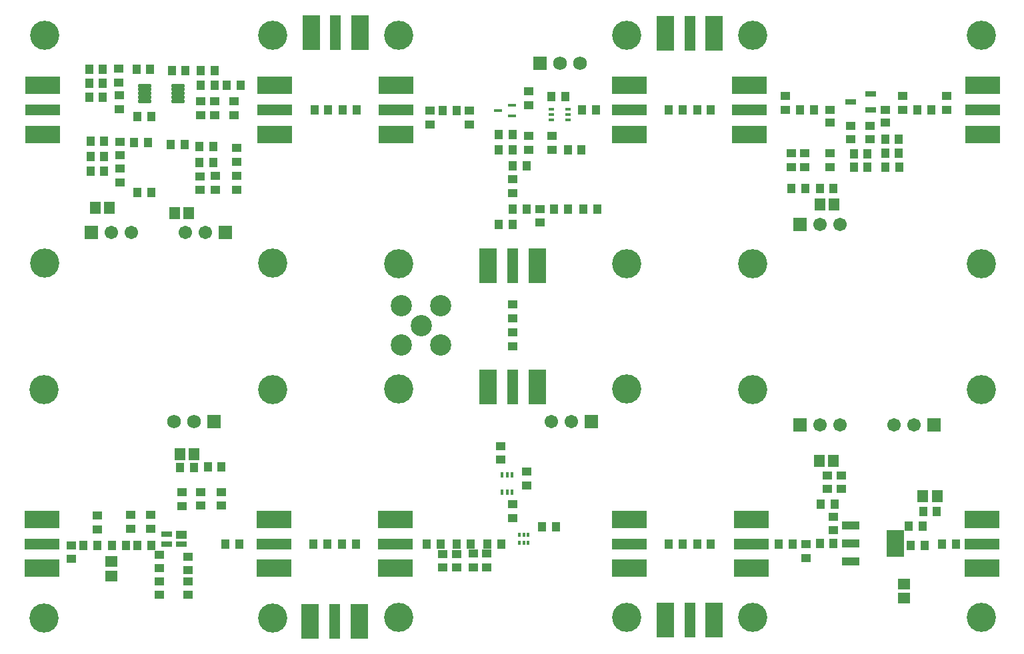
<source format=gbr>
%FSTAX44Y44*%
%MOMM*%
%SFA1B1*%

%IPPOS*%
%AMD110*
4,1,8,-0.701040,-0.241300,0.701040,-0.241300,0.835660,-0.104140,0.835660,0.104140,0.701040,0.241300,-0.701040,0.241300,-0.835660,0.104140,-0.835660,-0.104140,-0.701040,-0.241300,0.0*
1,1,0.273200,-0.701040,-0.104140*
1,1,0.273200,0.701040,-0.104140*
1,1,0.273200,0.701040,0.104140*
1,1,0.273200,-0.701040,0.104140*
%
%ADD19R,0.787398X0.355599*%
%ADD24R,0.355599X0.787398*%
%ADD25R,0.304799X0.507999*%
%ADD26R,1.142998X0.457199*%
%ADD100R,1.203198X1.103198*%
%ADD101R,1.103198X1.203198*%
%ADD102R,4.403191X1.403197*%
%ADD103R,4.403191X2.203196*%
%ADD104R,2.303195X1.103198*%
%ADD105R,2.303195X3.403193*%
%ADD106R,1.603197X1.403197*%
%ADD107R,1.403197X1.603197*%
%ADD108R,1.403197X4.403191*%
%ADD109R,2.203196X4.403191*%
G04~CAMADD=110~8~0.0~0.0~658.7~190.2~53.8~0.0~15~0.0~0.0~0.0~0.0~0~0.0~0.0~0.0~0.0~0~0.0~0.0~0.0~180.0~658.0~190.0*
%ADD110D110*%
%ADD111R,1.353197X0.803198*%
%ADD112R,1.353197X0.703199*%
%ADD113R,1.353197X1.003198*%
%ADD114R,1.223198X1.093198*%
%ADD115C,1.703197*%
%ADD116R,1.703197X1.703197*%
%ADD117R,1.733197X1.733197*%
%ADD118C,1.733197*%
%ADD119C,2.703195*%
%ADD120C,3.703193*%
%LNradar_1ghz_soldermask_top-1*%
%LPD*%
G54D19*
X00674331Y-00123499D03*
Y-00129999D03*
Y-00136499D03*
X00695667D03*
Y-00129999D03*
Y-00123499D03*
G54D24*
X00624499Y-00609667D03*
X00617999D03*
X00611499D03*
Y-00588331D03*
X00617999D03*
X00624499D03*
G54D25*
X0063373Y-00664379D03*
X00639229D03*
X00644729D03*
Y-00674379D03*
X00639229D03*
X0063373D03*
G54D26*
X00606109Y-00124999D03*
X00623889Y-00118499D03*
Y-00131499D03*
G54D100*
X00995999Y-00196749D03*
Y-00179249D03*
X01024999Y-00606249D03*
Y-00588749D03*
X01032499Y-00658749D03*
Y-00641249D03*
X00097499Y-00639999D03*
Y-00657499D03*
X00674999Y-00157499D03*
Y-00174999D03*
X00624999Y-00407249D03*
Y-00424749D03*
X00659999Y-00249999D03*
Y-00267499D03*
X00254999Y-00627249D03*
Y-00609749D03*
X00064999Y-00694999D03*
Y-00677499D03*
X00624999Y-00388749D03*
Y-00371249D03*
X00212999Y-00723249D03*
Y-00740749D03*
X00204999Y-00610249D03*
Y-00627749D03*
X00139999Y-00656249D03*
Y-00638749D03*
X00164999D03*
Y-00656249D03*
X01042499Y-00588749D03*
Y-00606249D03*
X01027999Y-00196749D03*
Y-00179249D03*
X00246749Y-00113499D03*
Y-00130999D03*
X00228499Y-00130749D03*
Y-00113249D03*
X00125249Y-00123249D03*
Y-00105749D03*
X00126749Y-00181999D03*
Y-00164499D03*
X00274749Y-00190249D03*
Y-00172749D03*
X00124999Y-00089499D03*
Y-00071999D03*
X00126499Y-00216499D03*
Y-00198999D03*
X00227999Y-00225999D03*
Y-00208499D03*
X00247749Y-00208249D03*
Y-00225749D03*
X00591999Y-00688249D03*
Y-00705749D03*
X00554139Y-00688649D03*
Y-00706149D03*
X00212999Y-00691999D03*
Y-00709499D03*
X00644999Y-00117999D03*
Y-00100499D03*
Y-00174999D03*
Y-00157499D03*
X00624999Y-00212499D03*
Y-00229999D03*
X00274749Y-00208249D03*
Y-00225749D03*
X00271249Y-00113499D03*
Y-00130999D03*
X00609999Y-00551249D03*
Y-00568749D03*
X00624999Y-00625249D03*
Y-00642749D03*
X00642999Y-00584249D03*
Y-00601749D03*
X00574999Y-00688249D03*
Y-00705749D03*
X00536359Y-00688649D03*
Y-00706149D03*
X01175999Y-00123999D03*
Y-00106499D03*
X00970999Y-00123749D03*
Y-00106249D03*
X01119999Y-00123999D03*
Y-00106499D03*
X01078999Y-00161749D03*
Y-00144249D03*
X01053999Y-00161749D03*
Y-00144249D03*
X00978999Y-00179249D03*
Y-00196749D03*
X00997499Y-00676249D03*
Y-00693749D03*
X00175999Y-00723249D03*
Y-00740749D03*
Y-00689499D03*
Y-00706999D03*
X00228749Y-00609749D03*
Y-00627249D03*
X00519999Y-00124999D03*
Y-00142499D03*
X00569999Y-00124999D03*
Y-00142499D03*
G54D101*
X01075749Y-00196999D03*
X01058249D03*
X01015249Y-00674999D03*
X01032749D03*
X01170749Y-00676499D03*
X01188249D03*
X01148249Y-00677999D03*
X01130749D03*
X01145749Y-00652999D03*
X01128249D03*
X00963249Y-00675999D03*
X00980749D03*
X01146249Y-00635D03*
X01163749D03*
X00677499Y-00249999D03*
X00694999D03*
X00730999Y-00123999D03*
X00713499D03*
X00607499Y-00269999D03*
X00624999D03*
X00642499Y-00249999D03*
X00624999D03*
X00859249Y-00675999D03*
X00876749D03*
X00823249D03*
X00840749D03*
X00202749Y-00578999D03*
X00220249D03*
X00097499Y-00677499D03*
X00079999D03*
X00859249Y-00123999D03*
X00876749D03*
X00823249D03*
X00840749D03*
X00408249Y-00675999D03*
X00425749D03*
X00372249D03*
X00389749D03*
X00426749Y-00123999D03*
X00409249D03*
X00390749D03*
X00373249D03*
X00255249Y-00577999D03*
X00237749D03*
X01058249Y-00179999D03*
X01075749D03*
X01115749Y-00196999D03*
X01098249D03*
X00996749Y-00223999D03*
X00979249D03*
X00662249Y-00653999D03*
X00679749D03*
X00104739Y-00108299D03*
X00087239D03*
X00144499Y-00165999D03*
X00161999D03*
X00227249Y-00190749D03*
X00244749D03*
X00147249Y-00072749D03*
X00164749D03*
X00228999Y-00092999D03*
X00246499D03*
X00261749D03*
X00279249D03*
X00106499Y-00202249D03*
X00088999D03*
X00133749Y-00677499D03*
X00116249D03*
X00536249Y-00124999D03*
X00553749D03*
X00607499Y-00154999D03*
X00624999D03*
X00642499Y-00194999D03*
X00624999D03*
X00209749Y-00073749D03*
X00192249D03*
X00148499Y-00229249D03*
X00165999D03*
X00148749Y-00132249D03*
X00166249D03*
X00208249Y-00168249D03*
X00190749D03*
X00106249Y-00164249D03*
X00088749D03*
X00104739Y-00072739D03*
X00087239D03*
X00106499Y-00183749D03*
X00088999D03*
X00227499Y-00170749D03*
X00244999D03*
X00104739Y-00090519D03*
X00087239D03*
X00229249Y-00073749D03*
X00246749D03*
X00610749Y-00675999D03*
X00593249D03*
X00571749D03*
X00554249D03*
X00533749D03*
X00516249D03*
X01139249Y-00123999D03*
X01156749D03*
X00990249D03*
X01007749D03*
X01097999Y-00178999D03*
X01115499D03*
X01097999Y-00160999D03*
X01115499D03*
X01032499Y-00223999D03*
X01014999D03*
X01033999Y-00624999D03*
X01016499D03*
X00260249Y-00675999D03*
X00277749D03*
X00148749Y-00677499D03*
X00166249D03*
X00714999Y-00249999D03*
X00732499D03*
X00712499Y-00174999D03*
X00694999D03*
X00607499D03*
X00624999D03*
X00674331Y-00106917D03*
X00691831D03*
G54D102*
X00321999Y-00675999D03*
X00027999Y-00123999D03*
X00322999D03*
X00026999Y-00675999D03*
X00772999Y-00123999D03*
X01220999Y-00675999D03*
X00925999Y-00123999D03*
X00772999Y-00675999D03*
X00927999D03*
X01221999Y-00123999D03*
X00475999Y-00675999D03*
X00476999Y-00123999D03*
G54D103*
X00321999Y-00706999D03*
Y-00644999D03*
X00027999Y-00092999D03*
Y-00154999D03*
X00322999D03*
Y-00092999D03*
X00026999Y-00706999D03*
Y-00644999D03*
X00772999Y-00092999D03*
Y-00154999D03*
X01220999Y-00644999D03*
Y-00706999D03*
X00925999Y-00154999D03*
Y-00092999D03*
X00772999Y-00644999D03*
Y-00706999D03*
X00927999D03*
Y-00644999D03*
X01221999Y-00092999D03*
Y-00154999D03*
X00475999Y-00706999D03*
Y-00644999D03*
X00476999Y-00154999D03*
Y-00092999D03*
G54D104*
X01053999Y-00651999D03*
Y-00674999D03*
Y-00697999D03*
G54D105*
X01110999Y-00674999D03*
G54D106*
X01121999Y-00726499D03*
Y-00744499D03*
X00114999Y-00716499D03*
Y-006985D03*
G54D107*
X01163999Y-00614999D03*
X01145999D03*
X00195999Y-00254999D03*
X00213999D03*
X00202249Y-00561749D03*
X00220249D03*
X00113249Y-00248499D03*
X0009525D03*
X01014999Y-00243999D03*
X01032999D03*
X01014499Y-00569999D03*
X01032499D03*
G54D108*
X00624999Y-00475999D03*
X00849999Y-00772999D03*
X00398999Y-00773999D03*
X00849999Y-00026999D03*
X00399999Y-00025999D03*
X00624999Y-00321999D03*
G54D109*
X00655999Y-00475999D03*
X00593999D03*
X00818999Y-00772999D03*
X00880999D03*
X00367999Y-00773999D03*
X00429999D03*
X00818999Y-00026999D03*
X00880999D03*
X00368999Y-00025999D03*
X00430999D03*
X00655999Y-00321999D03*
X00593999D03*
G54D110*
X00200399Y-00113219D03*
Y-00108219D03*
Y-00103219D03*
Y-00098219D03*
Y-00093219D03*
X00157399D03*
Y-00098219D03*
Y-00103219D03*
Y-00108219D03*
Y-00113219D03*
G54D111*
X01054299Y-00113999D03*
X01079699Y-00103839D03*
Y-00124159D03*
G54D112*
X00203999Y-00675999D03*
X00185499Y-00662999D03*
Y-00675999D03*
G54D113*
X00203999Y-00664499D03*
G54D114*
X01027999Y-00123859D03*
Y-00140139D03*
X01097999Y-00140279D03*
Y-00123999D03*
G54D115*
X01040399Y-00269499D03*
X01014999D03*
X00674599Y-00519999D03*
X00699999D03*
X01134599Y-00524499D03*
X01109199D03*
X010154D03*
X010408D03*
X00234999Y-00279999D03*
X00209599D03*
X00114999D03*
X00140399D03*
G54D116*
X00989599Y-00269499D03*
X00725399Y-00519999D03*
X01159999Y-00524499D03*
X0099D03*
X00260399Y-00279999D03*
X00089599D03*
G54D117*
X00659599Y-00064999D03*
X00245399Y-00519999D03*
G54D118*
X00684999Y-00064999D03*
X00710399D03*
X00194599Y-00519999D03*
X00219999D03*
G54D119*
X00508999Y-00397999D03*
X00483999Y-00372999D03*
Y-00422999D03*
X00533999D03*
Y-00372999D03*
G54D120*
X00319999Y-00769999D03*
X00029999D03*
X00479999Y-00319499D03*
Y-00029499D03*
X00320385Y-00029115D03*
X00030385D03*
X00769999Y-00029499D03*
Y-00319499D03*
X00320385Y-00319115D03*
X00030385D03*
X01219999Y-00319499D03*
X00929999D03*
Y-00029499D03*
X01219999D03*
Y-00769499D03*
X00929999Y-00479499D03*
X01219999D03*
X00929999Y-00769499D03*
X00479999Y-00768999D03*
X00769999D03*
Y-00478999D03*
X00479999D03*
X00029999Y-00479999D03*
X00319999D03*
M02*
</source>
